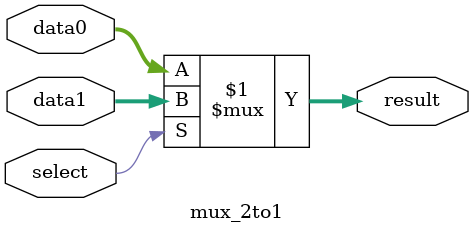
<source format=sv>

module mux_2to1 (
    input logic [7:0] data0,
    input logic [7:0] data1,
    input logic select,
	 
    output logic [7:0] result
);

    
	 assign result = (select) ? data1 : data0;

endmodule

</source>
